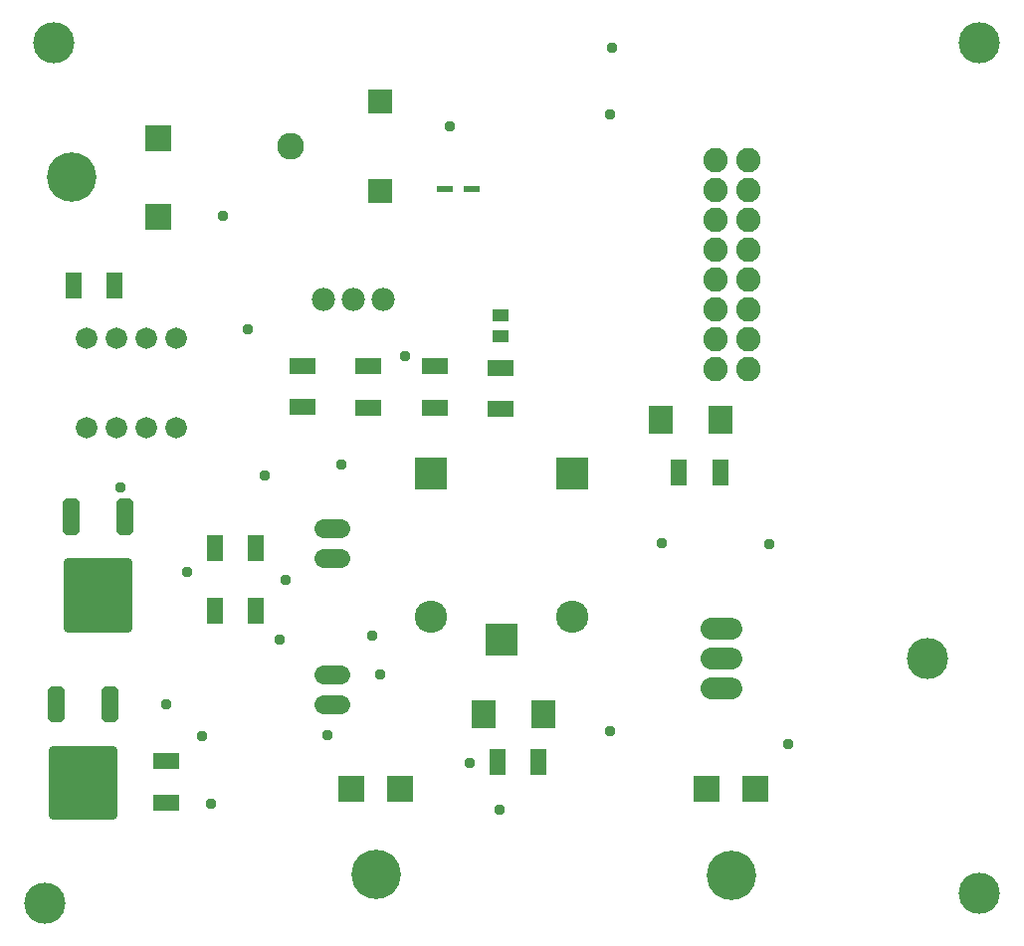
<source format=gts>
G04 EAGLE Gerber RS-274X export*
G75*
%MOMM*%
%FSLAX34Y34*%
%LPD*%
%INSoldermask Top*%
%IPPOS*%
%AMOC8*
5,1,8,0,0,1.08239X$1,22.5*%
G01*
%ADD10R,2.263200X1.473200*%
%ADD11R,1.473200X2.263200*%
%ADD12C,4.203200*%
%ADD13R,2.303200X2.303200*%
%ADD14C,2.082800*%
%ADD15R,1.314400X0.604000*%
%ADD16R,2.003200X2.403200*%
%ADD17R,2.108200X2.108200*%
%ADD18C,2.286000*%
%ADD19C,3.505200*%
%ADD20C,1.828800*%
%ADD21C,1.625600*%
%ADD22R,1.403200X1.003200*%
%ADD23C,0.811222*%
%ADD24C,0.758316*%
%ADD25C,1.981200*%
%ADD26R,2.753200X2.753200*%
%ADD27C,2.753200*%
%ADD28C,1.879600*%
%ADD29C,0.959600*%


D10*
X306607Y438518D03*
X306607Y473618D03*
X250544Y439026D03*
X250544Y474126D03*
D11*
X175490Y319392D03*
X210590Y319392D03*
X175490Y266052D03*
X210590Y266052D03*
X90702Y542544D03*
X55602Y542544D03*
D12*
X312636Y41108D03*
D13*
X291936Y114508D03*
X333336Y114508D03*
D12*
X615112Y40600D03*
D13*
X594412Y114000D03*
X635812Y114000D03*
D14*
X629704Y471536D03*
X629704Y496936D03*
X629704Y522336D03*
X629704Y547736D03*
X629704Y573136D03*
X629704Y598536D03*
X629704Y623936D03*
X629704Y649336D03*
X601764Y471536D03*
X601764Y496936D03*
X601764Y522336D03*
X601764Y547736D03*
X601764Y573136D03*
X601764Y598536D03*
X601764Y623936D03*
X601764Y649336D03*
D15*
X371100Y624512D03*
X394100Y624512D03*
D16*
X455268Y177292D03*
X404268Y177292D03*
X606144Y428188D03*
X555144Y428188D03*
D17*
X316700Y623316D03*
X316700Y699516D03*
D18*
X240500Y661416D03*
D19*
X826008Y748792D03*
X31242Y17018D03*
X826008Y24892D03*
X38608Y748792D03*
D20*
X142748Y497332D03*
X117348Y497332D03*
X117348Y421132D03*
X142748Y421132D03*
X91948Y497332D03*
X66548Y497332D03*
X91948Y421132D03*
X66548Y421132D03*
D21*
X268224Y186436D02*
X282448Y186436D01*
X282448Y211836D02*
X268224Y211836D01*
X268224Y335788D02*
X282448Y335788D01*
X282448Y310388D02*
X268224Y310388D01*
D22*
X419240Y499000D03*
X419240Y517000D03*
D12*
X53808Y634492D03*
D13*
X127208Y667892D03*
X127208Y601092D03*
D23*
X102160Y356802D02*
X96040Y356802D01*
X102160Y356802D02*
X102160Y334582D01*
X96040Y334582D01*
X96040Y356802D01*
X96040Y342288D02*
X102160Y342288D01*
X102160Y349994D02*
X96040Y349994D01*
X56360Y356802D02*
X50240Y356802D01*
X56360Y356802D02*
X56360Y334582D01*
X50240Y334582D01*
X50240Y356802D01*
X50240Y342288D02*
X56360Y342288D01*
X56360Y349994D02*
X50240Y349994D01*
D24*
X50825Y306917D02*
X101575Y306917D01*
X101575Y251467D01*
X50825Y251467D01*
X50825Y306917D01*
X50825Y258671D02*
X101575Y258671D01*
X101575Y265875D02*
X50825Y265875D01*
X50825Y273079D02*
X101575Y273079D01*
X101575Y280283D02*
X50825Y280283D01*
X50825Y287487D02*
X101575Y287487D01*
X101575Y294691D02*
X50825Y294691D01*
X50825Y301895D02*
X101575Y301895D01*
D23*
X89460Y197290D02*
X83340Y197290D01*
X89460Y197290D02*
X89460Y175070D01*
X83340Y175070D01*
X83340Y197290D01*
X83340Y182776D02*
X89460Y182776D01*
X89460Y190482D02*
X83340Y190482D01*
X43660Y197290D02*
X37540Y197290D01*
X43660Y197290D02*
X43660Y175070D01*
X37540Y175070D01*
X37540Y197290D01*
X37540Y182776D02*
X43660Y182776D01*
X43660Y190482D02*
X37540Y190482D01*
D24*
X38125Y147405D02*
X88875Y147405D01*
X88875Y91955D01*
X38125Y91955D01*
X38125Y147405D01*
X38125Y99159D02*
X88875Y99159D01*
X88875Y106363D02*
X38125Y106363D01*
X38125Y113567D02*
X88875Y113567D01*
X88875Y120771D02*
X38125Y120771D01*
X38125Y127975D02*
X88875Y127975D01*
X88875Y135179D02*
X38125Y135179D01*
X38125Y142383D02*
X88875Y142383D01*
D10*
X418732Y472602D03*
X418732Y437502D03*
X362669Y473618D03*
X362669Y438518D03*
D25*
X267856Y530860D03*
X293256Y530860D03*
X318656Y530860D03*
D10*
X134112Y137438D03*
X134112Y102338D03*
D11*
X451382Y136652D03*
X416282Y136652D03*
X605814Y383540D03*
X570714Y383540D03*
D26*
X419608Y240792D03*
D27*
X479608Y260792D03*
D26*
X479608Y382792D03*
X359608Y382792D03*
D27*
X359608Y260792D03*
D28*
X598170Y250444D02*
X614934Y250444D01*
X614934Y225044D02*
X598170Y225044D01*
X598170Y199644D02*
X614934Y199644D01*
D19*
X781812Y225044D03*
D29*
X217932Y381000D03*
X134112Y186436D03*
X316738Y211582D03*
X392176Y136144D03*
X172212Y101600D03*
X231140Y241300D03*
X513588Y744728D03*
X511556Y688340D03*
X375920Y677672D03*
X182372Y601472D03*
X203708Y505460D03*
X337820Y482092D03*
X282956Y390144D03*
X94996Y370332D03*
X152400Y298704D03*
X236220Y292100D03*
X309880Y244856D03*
X271780Y160020D03*
X164592Y159004D03*
X417576Y96012D03*
X511556Y163068D03*
X663448Y151892D03*
X647700Y322072D03*
X555752Y323088D03*
M02*

</source>
